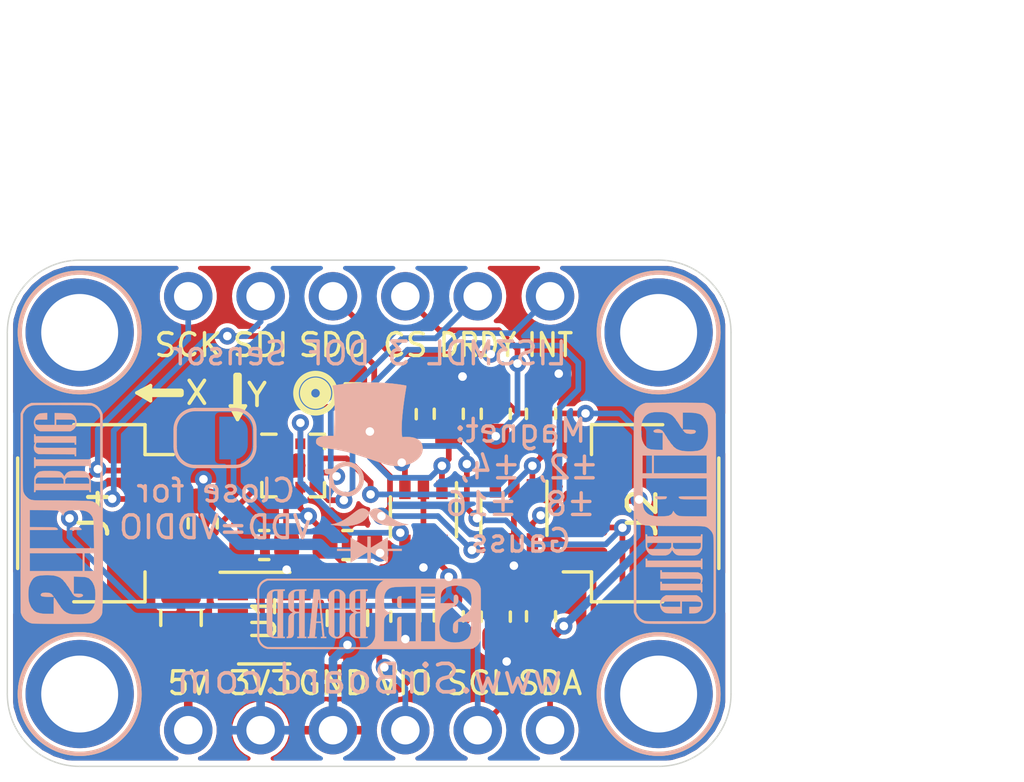
<source format=kicad_pcb>
(kicad_pcb (version 20171130) (host pcbnew "(5.1.2)-2")
  (title_block (title "LIS3MDL Breakout with 5V Level Shift") (date 2020-03-06) (rev 1) (company SirBoard) (comment 1 "Magnetometer: ±2, ±4, ±8, ±16Gauss Ranges") (comment 2 "Digital Magnetometer with I2C and SPI") (comment 3 "LIS3MDL - SirBlue"))
  (layers (0 F.Cu signal) (31 B.Cu signal) (34 B.Paste user hide) (35 F.Paste user hide) (36 B.SilkS user) (37 F.SilkS user) (38 B.Mask user hide) (39 F.Mask user hide) (44 Edge.Cuts user))
  (net 0 "")
  (net 1 GND)
  (net 2 5V)
  (net 3 3V3)
  (net 4 "Net-(U1-Pad4)")
  (net 5 SCL_5V)
  (net 6 SDA_3V3)
  (net 7 SDA_5V)
  (net 8 SCL_3V3)
  (net 9 CS_5V)
  (net 10 CS_3V3)
  (net 11 SDO_5V)
  (net 12 SDO_3V3)
  (net 13 "Net-(C2-Pad1)")
  (net 14 VDDIO)
  (net 15 INT)
  (net 16 DRDY)
  (module Package_LGA:LGA-12_2x2mm_P0.5mm (layer F.Cu) (at 62.611 34.29)
    (fp_text reference U2 hide)
    (fp_text value LIS3MDL)
    (pad 12 smd rect (at -0.25 -0.7625 90) (size 0.375 0.35) (layers F.Cu F.Paste F.Mask) (net 1 GND))
    (pad 11 smd rect (at 0.25 -0.7625 90) (size 0.375 0.35) (layers F.Cu F.Paste F.Mask) (net 6 SDA_3V3))
    (pad 6 smd rect (at 0.25 0.7625 90) (size 0.375 0.35) (layers F.Cu F.Paste F.Mask) (net 14 VDDIO))
    (pad 5 smd rect (at -0.25 0.7625 90) (size 0.375 0.35) (layers F.Cu F.Paste F.Mask) (net 3 3V3))
    (pad 10 smd rect (at 0.7625 -0.75) (size 0.375 0.35) (layers F.Cu F.Paste F.Mask) (net 10 CS_3V3))
    (pad 1 smd rect (at -0.7625 -0.75) (size 0.375 0.35) (layers F.Cu F.Paste F.Mask) (net 8 SCL_3V3))
    (pad 7 smd rect (at 0.7625 0.75) (size 0.375 0.35) (layers F.Cu F.Paste F.Mask) (net 15 INT))
    (pad 4 smd rect (at -0.7625 0.75) (size 0.375 0.35) (layers F.Cu F.Paste F.Mask) (net 13 "Net-(C2-Pad1)"))
    (pad 8 smd rect (at 0.7625 0.25) (size 0.375 0.35) (layers F.Cu F.Paste F.Mask) (net 16 DRDY))
    (pad 9 smd rect (at 0.7625 -0.25) (size 0.375 0.35) (layers F.Cu F.Paste F.Mask) (net 12 SDO_3V3))
    (pad 3 smd rect (at -0.7625 0.25) (size 0.375 0.35) (layers F.Cu F.Paste F.Mask) (net 1 GND))
    (pad 2 smd rect (at -0.7625 -0.25) (size 0.375 0.35) (layers F.Cu F.Paste F.Mask) (net 1 GND))
  )
  (module Jumper:SolderJumper-2_P1.3mm_Open_RoundedPad1.0x1.5mm (layer B.Cu) (at 59.8678 33.3248)
    (fp_text reference JP1 hide)
    (fp_text value SolderJumper_2_Open)
    (pad 1 smd custom (at -0.65 0) (size 1 0.5) (layers B.Cu B.Mask) (net 3 3V3) (options (clearance outline) (anchor rect)) (primitives (gr_circle (center 0 -0.25) (end 0.5 -0.25) (width 0)) (gr_circle (center 0 0.25) (end 0.5 0.25) (width 0)) (gr_poly (pts (xy 0 0.75) (xy 0.5 0.75) (xy 0.5 -0.75) (xy 0 -0.75)) (width 0))))
    (pad 2 smd custom (at 0.65 0) (size 1 0.5) (layers B.Cu B.Mask) (net 14 VDDIO) (options (clearance outline) (anchor rect)) (primitives (gr_circle (center 0 -0.25) (end 0.5 -0.25) (width 0)) (gr_circle (center 0 0.25) (end 0.5 0.25) (width 0)) (gr_poly (pts (xy 0 0.75) (xy -0.5 0.75) (xy -0.5 -0.75) (xy 0 -0.75)) (width 0))))
  )
  (module Capacitor_SMD:C_0603_1608Metric (layer F.Cu) (at 64.516 37.084)
    (fp_text reference C5 hide)
    (fp_text value 100nF)
    (pad 2 smd roundrect (at 0.7875 0) (size 0.875 0.95) (layers F.Cu F.Paste F.Mask) (net 1 GND))
    (pad 1 smd roundrect (at -0.7875 0) (size 0.875 0.95) (layers F.Cu F.Paste F.Mask) (net 14 VDDIO))
  )
  (module Capacitor_SMD:C_0603_1608Metric (layer F.Cu) (at 61.595 37.084 180)
    (fp_text reference C3 hide)
    (fp_text value 1uF)
    (pad 2 smd roundrect (at 0.7875 0 180) (size 0.875 0.95) (layers F.Cu F.Paste F.Mask) (net 1 GND))
    (pad 1 smd roundrect (at -0.7875 0 180) (size 0.875 0.95) (layers F.Cu F.Paste F.Mask) (net 3 3V3))
  )
  (module Capacitor_SMD:C_0603_1608Metric (layer F.Cu) (at 59.436 36.322 90)
    (fp_text reference C2 hide)
    (fp_text value 100nF)
    (pad 2 smd roundrect (at 0.7875 0 90) (size 0.875 0.95) (layers F.Cu F.Paste F.Mask) (net 1 GND))
    (pad 1 smd roundrect (at -0.7875 0 90) (size 0.875 0.95) (layers F.Cu F.Paste F.Mask) (net 13 "Net-(C2-Pad1)"))
  )
  (module logo:SirBoard79x25 (layer B.Cu) (at 65.278 39.497 180)
    (fp_text reference G*** hide)
    (fp_text value LOGO hide)
  )
  (module logo:logo63x89 (layer B.Cu) (at 65.278 34.544 180)
    (fp_text reference G*** hide)
    (fp_text value LOGO hide)
  )
  (module logo:SirBlue78x29 (layer B.Cu) (at 76.0095 35.9664 270)
    (fp_text reference G*** hide)
    (fp_text value LOGO hide)
  )
  (module logo:SirBlue78x29 (layer B.Cu) (at 54.483 35.9664 90)
    (fp_text reference G*** hide)
    (fp_text value LOGO hide)
  )
  (module Connector_PinHeader_2.54mm:PinHeader_1x06_P2.54mm_Vertical (layer B.Cu) (at 58.928 28.3464 270)
    (fp_text reference J3 hide)
    (fp_text value Conn_01x06)
    (pad 6 thru_hole oval (at 0 -12.7 270) (size 1.7 1.7) (drill 1) (layers *.Cu *.Mask) (net 15 INT))
    (pad 5 thru_hole oval (at 0 -10.16 270) (size 1.7 1.7) (drill 1) (layers *.Cu *.Mask) (net 16 DRDY))
    (pad 4 thru_hole oval (at 0 -7.62 270) (size 1.7 1.7) (drill 1) (layers *.Cu *.Mask) (net 9 CS_5V))
    (pad 3 thru_hole oval (at 0 -5.08 270) (size 1.7 1.7) (drill 1) (layers *.Cu *.Mask) (net 11 SDO_5V))
    (pad 2 thru_hole oval (at 0 -2.54 270) (size 1.7 1.7) (drill 1) (layers *.Cu *.Mask) (net 7 SDA_5V))
    (pad 1 thru_hole circle (at 0 0 270) (size 1.7 1.7) (drill 1) (layers *.Cu *.Mask) (net 5 SCL_5V))
  )
  (module Connector_PinHeader_2.54mm:PinHeader_1x06_P2.54mm_Vertical (layer B.Cu) (at 58.928 43.5864 270)
    (fp_text reference J1 hide)
    (fp_text value Conn_01x06)
    (pad 6 thru_hole oval (at 0 -12.7 270) (size 1.7 1.7) (drill 1) (layers *.Cu *.Mask) (net 7 SDA_5V))
    (pad 5 thru_hole oval (at 0 -10.16 270) (size 1.7 1.7) (drill 1) (layers *.Cu *.Mask) (net 5 SCL_5V))
    (pad 4 thru_hole oval (at 0 -7.62 270) (size 1.7 1.7) (drill 1) (layers *.Cu *.Mask) (net 14 VDDIO))
    (pad 3 thru_hole oval (at 0 -5.08 270) (size 1.7 1.7) (drill 1) (layers *.Cu *.Mask) (net 1 GND))
    (pad 2 thru_hole oval (at 0 -2.54 270) (size 1.7 1.7) (drill 1) (layers *.Cu *.Mask) (net 3 3V3))
    (pad 1 thru_hole circle (at 0 0 270) (size 1.7 1.7) (drill 1) (layers *.Cu *.Mask) (net 2 5V))
  )
  (module Package_TO_SOT_SMD:SOT-23-5 (layer F.Cu) (at 61.595 39.6494)
    (fp_text reference U1 (at 0 0 90) (layer F.SilkS) (effects (font (size 0.8 0.8) (thickness 0.12))))
    (fp_text value AP2127K-3.3)
    (pad 5 smd rect (at 1.1 -0.95) (size 1.06 0.65) (layers F.Cu F.Paste F.Mask) (net 3 3V3))
    (pad 4 smd rect (at 1.1 0.95) (size 1.06 0.65) (layers F.Cu F.Paste F.Mask) (net 4 "Net-(U1-Pad4)"))
    (pad 3 smd rect (at -1.1 0.95) (size 1.06 0.65) (layers F.Cu F.Paste F.Mask) (net 2 5V))
    (pad 2 smd rect (at -1.1 0) (size 1.06 0.65) (layers F.Cu F.Paste F.Mask) (net 1 GND))
    (pad 1 smd rect (at -1.1 -0.95) (size 1.06 0.65) (layers F.Cu F.Paste F.Mask) (net 2 5V))
  )
  (module Connector_JST:JST_SH_SM04B-SRSS-TB_1x04-1MP_P1.00mm_Horizontal (layer F.Cu) (at 55.626 35.9664 270)
    (fp_text reference J4 (at 0 0 270) (layer F.SilkS))
    (fp_text value Conn_01x04)
    (pad MP smd roundrect (at 2.8 1.875 270) (size 1.2 1.8) (layers F.Cu F.Paste F.Mask) (roundrect_rratio 0.208333))
    (pad MP smd roundrect (at -2.8 1.875 270) (size 1.2 1.8) (layers F.Cu F.Paste F.Mask) (roundrect_rratio 0.208333))
    (pad 4 smd roundrect (at 1.5 -2 270) (size 0.6 1.55) (layers F.Cu F.Paste F.Mask) (net 1 GND))
    (pad 3 smd roundrect (at 0.5 -2 270) (size 0.6 1.55) (layers F.Cu F.Paste F.Mask) (net 2 5V))
    (pad 2 smd roundrect (at -0.5 -2 270) (size 0.6 1.55) (layers F.Cu F.Paste F.Mask) (net 7 SDA_5V))
    (pad 1 smd roundrect (at -1.5 -2 270) (size 0.6 1.55) (layers F.Cu F.Paste F.Mask) (net 5 SCL_5V))
  )
  (module Connector_JST:JST_SH_SM04B-SRSS-TB_1x04-1MP_P1.00mm_Horizontal (layer F.Cu) (at 74.8665 35.9664 90)
    (fp_text reference J2 (at 0 0 90) (layer F.SilkS))
    (fp_text value Conn_01x04)
    (pad MP smd roundrect (at 2.8 1.875 90) (size 1.2 1.8) (layers F.Cu F.Paste F.Mask) (roundrect_rratio 0.208333))
    (pad MP smd roundrect (at -2.8 1.875 90) (size 1.2 1.8) (layers F.Cu F.Paste F.Mask) (roundrect_rratio 0.208333))
    (pad 4 smd roundrect (at 1.5 -2 90) (size 0.6 1.55) (layers F.Cu F.Paste F.Mask) (net 1 GND))
    (pad 3 smd roundrect (at 0.5 -2 90) (size 0.6 1.55) (layers F.Cu F.Paste F.Mask) (net 2 5V))
    (pad 2 smd roundrect (at -0.5 -2 90) (size 0.6 1.55) (layers F.Cu F.Paste F.Mask) (net 7 SDA_5V))
    (pad 1 smd roundrect (at -1.5 -2 90) (size 0.6 1.55) (layers F.Cu F.Paste F.Mask) (net 5 SCL_5V))
  )
  (module Capacitor_SMD:C_0805_2012Metric (layer F.Cu) (at 64.516 39.6494 270)
    (fp_text reference C4 hide)
    (fp_text value 10uF)
    (pad 2 smd roundrect (at 0.9375 0 270) (size 0.975 1.4) (layers F.Cu F.Paste F.Mask) (net 1 GND))
    (pad 1 smd roundrect (at -0.9375 0 270) (size 0.975 1.4) (layers F.Cu F.Paste F.Mask) (net 3 3V3))
  )
  (module Capacitor_SMD:C_0805_2012Metric (layer F.Cu) (at 58.674 39.6494 90)
    (fp_text reference C1 hide)
    (fp_text value 10uF)
    (pad 2 smd roundrect (at 0.9375 0 90) (size 0.975 1.4) (layers F.Cu F.Paste F.Mask) (net 1 GND))
    (pad 1 smd roundrect (at -0.9375 0 90) (size 0.975 1.4) (layers F.Cu F.Paste F.Mask) (net 2 5V))
  )
  (module SirBoardLibrary:MountingHole_M2.5_SirBoard (layer F.Cu) (at 55.118 42.3164 270)
    (fp_text reference H1 hide)
    (fp_text value MountingHole)
    (pad 1 thru_hole circle (at 0 0 270) (size 3.8 3.8) (drill 2.7) (layers *.Cu *.Mask))
  )
  (module SirBoardLibrary:MountingHole_M2.5_SirBoard (layer F.Cu) (at 55.118 29.6164 270)
    (fp_text reference H2 hide)
    (fp_text value MountingHole)
    (pad 1 thru_hole circle (at 0 0 270) (size 3.8 3.8) (drill 2.7) (layers *.Cu *.Mask))
  )
  (module SirBoardLibrary:MountingHole_M2.5_SirBoard (layer F.Cu) (at 75.438 42.3164 90)
    (fp_text reference H3 hide)
    (fp_text value MountingHole)
    (pad 1 thru_hole circle (at 0 0 90) (size 3.8 3.8) (drill 2.7) (layers *.Cu *.Mask))
  )
  (module SirBoardLibrary:MountingHole_M2.5_SirBoard (layer F.Cu) (at 75.438 29.6164 90)
    (fp_text reference H4 hide)
    (fp_text value MountingHole)
    (pad 1 thru_hole circle (at 0 0 90) (size 3.8 3.8) (drill 2.7) (layers *.Cu *.Mask))
  )
  (module Resistor_SMD:R_0603_1608Metric (layer F.Cu) (at 66.421 32.4866 270)
    (fp_text reference R8 hide)
    (fp_text value 10K)
    (pad 2 smd roundrect (at 0.7875 0 270) (size 0.875 0.95) (layers F.Cu F.Paste F.Mask) (net 7 SDA_5V))
    (pad 1 smd roundrect (at -0.7875 0 270) (size 0.875 0.95) (layers F.Cu F.Paste F.Mask) (net 2 5V))
  )
  (module Resistor_SMD:R_0603_1608Metric (layer F.Cu) (at 66.548 39.5986 270)
    (fp_text reference R7 hide)
    (fp_text value 10K)
    (pad 2 smd roundrect (at 0.7875 0 270) (size 0.875 0.95) (layers F.Cu F.Paste F.Mask) (net 3 3V3))
    (pad 1 smd roundrect (at -0.7875 0 270) (size 0.875 0.95) (layers F.Cu F.Paste F.Mask) (net 6 SDA_3V3))
  )
  (module Resistor_SMD:R_0603_1608Metric (layer F.Cu) (at 68.072 39.5859 90)
    (fp_text reference R6 hide)
    (fp_text value 10K)
    (pad 2 smd roundrect (at 0.7875 0 90) (size 0.875 0.95) (layers F.Cu F.Paste F.Mask) (net 5 SCL_5V))
    (pad 1 smd roundrect (at -0.7875 0 90) (size 0.875 0.95) (layers F.Cu F.Paste F.Mask) (net 2 5V))
  )
  (module Resistor_SMD:R_0603_1608Metric (layer F.Cu) (at 68.072 32.4739 90)
    (fp_text reference R5 hide)
    (fp_text value 10K)
    (pad 2 smd roundrect (at 0.7875 0 90) (size 0.875 0.95) (layers F.Cu F.Paste F.Mask) (net 3 3V3))
    (pad 1 smd roundrect (at -0.7875 0 90) (size 0.875 0.95) (layers F.Cu F.Paste F.Mask) (net 8 SCL_3V3))
  )
  (module Resistor_SMD:R_0603_1608Metric (layer F.Cu) (at 69.723 32.4739 270)
    (fp_text reference R4 hide)
    (fp_text value 10K)
    (pad 2 smd roundrect (at 0.7875 0 270) (size 0.875 0.95) (layers F.Cu F.Paste F.Mask) (net 9 CS_5V))
    (pad 1 smd roundrect (at -0.7875 0 270) (size 0.875 0.95) (layers F.Cu F.Paste F.Mask) (net 2 5V))
  )
  (module Resistor_SMD:R_0603_1608Metric (layer F.Cu) (at 69.723 39.5986 270)
    (fp_text reference R3 hide)
    (fp_text value 10K)
    (pad 2 smd roundrect (at 0.7875 0 270) (size 0.875 0.95) (layers F.Cu F.Paste F.Mask) (net 3 3V3))
    (pad 1 smd roundrect (at -0.7875 0 270) (size 0.875 0.95) (layers F.Cu F.Paste F.Mask) (net 10 CS_3V3))
  )
  (module Resistor_SMD:R_0603_1608Metric (layer F.Cu) (at 71.3105 39.5859 90)
    (fp_text reference R2 hide)
    (fp_text value 10K)
    (pad 2 smd roundrect (at 0.7875 0 90) (size 0.875 0.95) (layers F.Cu F.Paste F.Mask) (net 11 SDO_5V))
    (pad 1 smd roundrect (at -0.7875 0 90) (size 0.875 0.95) (layers F.Cu F.Paste F.Mask) (net 2 5V))
  )
  (module Resistor_SMD:R_0603_1608Metric (layer F.Cu) (at 71.3105 32.4739 90)
    (fp_text reference R1 hide)
    (fp_text value 10K)
    (pad 2 smd roundrect (at 0.7875 0 90) (size 0.875 0.95) (layers F.Cu F.Paste F.Mask) (net 3 3V3))
    (pad 1 smd roundrect (at -0.7875 0 90) (size 0.875 0.95) (layers F.Cu F.Paste F.Mask) (net 12 SDO_3V3))
  )
  (module Package_TO_SOT_SMD:SOT-363_SC-70-6 (layer F.Cu) (at 67.183 36.0934 270)
    (fp_text reference Q2 hide)
    (fp_text value BSS138DW)
    (pad 6 smd rect (at 0.95 -0.65 270) (size 0.65 0.4) (layers F.Cu F.Paste F.Mask) (net 5 SCL_5V))
    (pad 4 smd rect (at 0.95 0.65 270) (size 0.65 0.4) (layers F.Cu F.Paste F.Mask) (net 6 SDA_3V3))
    (pad 2 smd rect (at -0.95 0 270) (size 0.65 0.4) (layers F.Cu F.Paste F.Mask) (net 3 3V3))
    (pad 5 smd rect (at 0.95 0 270) (size 0.65 0.4) (layers F.Cu F.Paste F.Mask) (net 3 3V3))
    (pad 3 smd rect (at -0.95 0.65 270) (size 0.65 0.4) (layers F.Cu F.Paste F.Mask) (net 7 SDA_5V))
    (pad 1 smd rect (at -0.95 -0.65 270) (size 0.65 0.4) (layers F.Cu F.Paste F.Mask) (net 8 SCL_3V3))
  )
  (module Package_TO_SOT_SMD:SOT-363_SC-70-6 (layer F.Cu) (at 70.358 36.0426 270)
    (fp_text reference Q1 hide)
    (fp_text value BSS138DW)
    (pad 6 smd rect (at 0.95 -0.65 270) (size 0.65 0.4) (layers F.Cu F.Paste F.Mask) (net 11 SDO_5V))
    (pad 4 smd rect (at 0.95 0.65 270) (size 0.65 0.4) (layers F.Cu F.Paste F.Mask) (net 10 CS_3V3))
    (pad 2 smd rect (at -0.95 0 270) (size 0.65 0.4) (layers F.Cu F.Paste F.Mask) (net 3 3V3))
    (pad 5 smd rect (at 0.95 0 270) (size 0.65 0.4) (layers F.Cu F.Paste F.Mask) (net 3 3V3))
    (pad 3 smd rect (at -0.95 0.65 270) (size 0.65 0.4) (layers F.Cu F.Paste F.Mask) (net 9 CS_5V))
    (pad 1 smd rect (at -0.95 -0.65 270) (size 0.65 0.4) (layers F.Cu F.Paste F.Mask) (net 12 SDO_3V3))
  )
  (gr_text "Close for\nVDD=VDDIO" (at 59.8932 35.814) (layer B.SilkS) (effects (font (size 0.8 0.8) (thickness 0.12)) (justify mirror)))
  (gr_text X (at 59.2304 31.7373) (layer F.SilkS) (effects (font (size 0.8 0.8) (thickness 0.13))))
  (gr_text Z (at 64.7041 31.7881 180) (layer F.SilkS) (effects (font (size 0.8 0.8) (thickness 0.13))))
  (gr_text Y (at 61.341 31.8135) (layer F.SilkS) (effects (font (size 0.8 0.8) (thickness 0.13))))
  (gr_arc (start 63.396 31.75) (end 63.4214 31.0642) (angle -357.8050689) (layer F.SilkS) (width 0.2))
  (gr_circle (center 63.396 31.75) (end 63.546 31.75) (layer F.SilkS) (width 0.4))
  (gr_line (start 57.1222 31.7373) (end 57.6048 31.4833) (layer F.SilkS) (width 0.12))
  (gr_line (start 57.1222 31.7373) (end 57.6048 32.0167) (layer F.SilkS) (width 0.12))
  (gr_line (start 58.6716 31.6865) (end 57.3 31.6865) (layer F.SilkS) (width 0.2))
  (gr_line (start 58.6716 31.7881) (end 57.3 31.7881) (layer F.SilkS) (width 0.2))
  (gr_line (start 58.6716 31.7373) (end 57.3 31.7373) (layer F.SilkS) (width 0.2))
  (gr_line (start 57.6048 32.0167) (end 57.6048 31.4833) (layer F.SilkS) (width 0.12))
  (gr_line (start 57.5286 31.9405) (end 57.5286 31.5595) (layer F.SilkS) (width 0.12))
  (gr_line (start 60.6576 32.6771) (end 60.4036 32.1945) (layer F.SilkS) (width 0.12))
  (gr_line (start 60.6576 32.6771) (end 60.937 32.1945) (layer F.SilkS) (width 0.12))
  (gr_line (start 60.6576 31.1277) (end 60.6576 32.4993) (layer F.SilkS) (width 0.2))
  (gr_line (start 60.7084 31.1277) (end 60.7084 32.4993) (layer F.SilkS) (width 0.2))
  (gr_line (start 60.6068 31.1277) (end 60.6068 32.4993) (layer F.SilkS) (width 0.2))
  (gr_line (start 60.8608 32.2707) (end 60.4798 32.2707) (layer F.SilkS) (width 0.12))
  (gr_line (start 60.937 32.1945) (end 60.4036 32.1945) (layer F.SilkS) (width 0.12))
  (gr_text "Magnet:\n±2, ±4, \n±8, ±16\nGauss\n" (at 70.5866 35.0012) (layer B.SilkS) (effects (font (size 0.8 0.8) (thickness 0.12)) (justify mirror)))
  (gr_text INT (at 71.628 30.0609) (layer F.SilkS) (effects (font (size 0.8 0.7) (thickness 0.12))))
  (gr_text DRDY (at 69.088 30.0609) (layer F.SilkS) (effects (font (size 0.8 0.7) (thickness 0.12))))
  (gr_text SCK (at 58.928 30.0609) (layer F.SilkS) (effects (font (size 0.8 0.8) (thickness 0.12))))
  (gr_text SDI (at 61.468 30.0609) (layer F.SilkS) (effects (font (size 0.8 0.8) (thickness 0.12))))
  (gr_text SDO (at 64.008 30.0609) (layer F.SilkS) (effects (font (size 0.8 0.8) (thickness 0.12))))
  (gr_text CS (at 66.548 30.0609) (layer F.SilkS) (effects (font (size 0.8 0.8) (thickness 0.12))))
  (gr_text 5V (at 58.928 41.9354) (layer F.SilkS) (effects (font (size 0.8 0.8) (thickness 0.12))))
  (gr_text 3V3 (at 61.468 41.9354) (layer F.SilkS) (effects (font (size 0.8 0.8) (thickness 0.12))))
  (gr_text GND (at 64.008 41.9354) (layer F.SilkS) (effects (font (size 0.8 0.8) (thickness 0.12))))
  (gr_text VIO (at 66.548 41.9354) (layer F.SilkS) (effects (font (size 0.8 0.8) (thickness 0.12))))
  (gr_text SCL (at 69.088 41.9354) (layer F.SilkS) (effects (font (size 0.8 0.8) (thickness 0.12))))
  (gr_text SDA (at 71.628 41.9354) (layer F.SilkS) (effects (font (size 0.8 0.8) (thickness 0.12))))
  (gr_arc (start 55.118 29.6164) (end 55.118 27.0764) (angle -90) (layer Edge.Cuts) (width 0.05))
  (gr_arc (start 75.438 29.6164) (end 77.978 29.6164) (angle -90) (layer Edge.Cuts) (width 0.05))
  (gr_arc (start 75.438 42.3164) (end 75.438 44.8564) (angle -90) (layer Edge.Cuts) (width 0.05))
  (gr_arc (start 55.118 42.3164) (end 52.578 42.3164) (angle -90) (layer Edge.Cuts) (width 0.05))
  (gr_line (start 52.578 42.3164) (end 52.578 29.6164) (layer Edge.Cuts) (width 0.05))
  (gr_line (start 55.118 27.0764) (end 75.438 27.0764) (layer Edge.Cuts) (width 0.05))
  (gr_line (start 77.978 29.6164) (end 77.978 42.3164) (layer Edge.Cuts) (width 0.05))
  (gr_line (start 75.438 44.8564) (end 55.118 44.8564) (layer Edge.Cuts) (width 0.05))
  (gr_text "LIS3MDL 3 DOF Sensor" (at 65.278 30.353) (layer B.SilkS) (effects (font (size 0.8 0.8) (thickness 0.12)) (justify mirror)))
  (gr_text www.SirBoard.com (at 65.278 41.783) (layer B.SilkS) (effects (font (size 1 1) (thickness 0.13)) (justify mirror)))
  (via (at 65.659 37.3634) (size 0.6) (drill 0.3) (layers F.Cu B.Cu) (net 1))
  (via (at 64.516 40.5892) (size 0.6) (drill 0.3) (layers F.Cu B.Cu) (net 1))
  (segment (start 64.008 41.0972) (end 64.516 40.5892) (width 0.3) (layer B.Cu) (net 1))
  (segment (start 64.008 43.5864) (end 64.008 41.0972) (width 0.3) (layer B.Cu) (net 1))
  (via (at 59.4614 34.7726) (size 0.6) (drill 0.3) (layers F.Cu B.Cu) (net 1))
  (segment (start 59.4614 34.7726) (end 59.4614 35.7886) (width 0.4) (layer B.Cu) (net 1))
  (segment (start 59.4614 35.7886) (end 60.7314 37.0586) (width 0.4) (layer B.Cu) (net 1))
  (segment (start 60.7314 37.0586) (end 63.5254 37.0586) (width 0.4) (layer B.Cu) (net 1))
  (segment (start 63.8302 37.3634) (end 65.659 37.3634) (width 0.4) (layer B.Cu) (net 1))
  (segment (start 63.5254 37.0586) (end 63.8302 37.3634) (width 0.4) (layer B.Cu) (net 1))
  (segment (start 58.674 40.5869) (end 58.674 41.7449) (width 0.3) (layer F.Cu) (net 2))
  (segment (start 58.928 41.9989) (end 58.928 43.5864) (width 0.3) (layer F.Cu) (net 2))
  (segment (start 58.674 41.7449) (end 58.928 41.9989) (width 0.3) (layer F.Cu) (net 2))
  (segment (start 58.6865 40.5994) (end 58.674 40.5869) (width 0.3) (layer F.Cu) (net 2))
  (segment (start 60.495 40.5994) (end 58.6865 40.5994) (width 0.3) (layer F.Cu) (net 2))
  (segment (start 61.2165 40.5994) (end 60.495 40.5994) (width 0.3) (layer F.Cu) (net 2))
  (segment (start 61.468 40.3479) (end 61.2165 40.5994) (width 0.3) (layer F.Cu) (net 2))
  (segment (start 61.468 38.9509) (end 61.468 40.3479) (width 0.3) (layer F.Cu) (net 2))
  (segment (start 60.495 38.6994) (end 61.2165 38.6994) (width 0.3) (layer F.Cu) (net 2))
  (segment (start 61.2165 38.6994) (end 61.468 38.9509) (width 0.3) (layer F.Cu) (net 2))
  (segment (start 70.848888 39.911788) (end 71.3105 40.3734) (width 0.2) (layer F.Cu) (net 2))
  (segment (start 70.523 39.5859) (end 70.848888 39.911788) (width 0.2) (layer F.Cu) (net 2))
  (segment (start 68.072 40.3734) (end 68.8595 39.5859) (width 0.2) (layer F.Cu) (net 2))
  (segment (start 68.8595 39.5859) (end 70.523 39.5859) (width 0.2) (layer F.Cu) (net 2))
  (segment (start 69.261388 32.148012) (end 69.723 31.6864) (width 0.2) (layer F.Cu) (net 2))
  (segment (start 68.9355 32.4739) (end 69.261388 32.148012) (width 0.2) (layer F.Cu) (net 2))
  (segment (start 66.421 31.6991) (end 67.1958 32.4739) (width 0.2) (layer F.Cu) (net 2))
  (segment (start 67.1958 32.4739) (end 68.9355 32.4739) (width 0.2) (layer F.Cu) (net 2))
  (via (at 72.1106 39.9288) (size 0.6) (drill 0.3) (layers F.Cu B.Cu) (net 2))
  (segment (start 71.3105 40.3734) (end 71.666 40.3734) (width 0.3) (layer F.Cu) (net 2))
  (segment (start 71.666 40.3734) (end 72.1106 39.9288) (width 0.3) (layer F.Cu) (net 2))
  (segment (start 72.1106 39.9288) (end 75.1078 36.9316) (width 0.3) (layer B.Cu) (net 2))
  (via (at 74.7522 35.4838) (size 0.6) (drill 0.3) (layers F.Cu B.Cu) (net 2))
  (segment (start 75.1078 36.9316) (end 75.1078 35.8394) (width 0.3) (layer B.Cu) (net 2))
  (segment (start 75.1078 35.8394) (end 74.7522 35.4838) (width 0.3) (layer B.Cu) (net 2))
  (segment (start 72.8839 35.4838) (end 72.8665 35.4664) (width 0.3) (layer F.Cu) (net 2))
  (segment (start 74.7522 35.4838) (end 72.8839 35.4838) (width 0.3) (layer F.Cu) (net 2))
  (segment (start 70.4978 32.4612) (end 72.8726 32.4612) (width 0.2) (layer F.Cu) (net 2))
  (segment (start 69.723 31.6864) (end 70.4978 32.4612) (width 0.2) (layer F.Cu) (net 2))
  (via (at 72.8726 32.4612) (size 0.6) (drill 0.3) (layers F.Cu B.Cu) (net 2))
  (segment (start 74.7522 33.1216) (end 74.7522 35.4838) (width 0.2) (layer B.Cu) (net 2))
  (segment (start 72.8726 32.4612) (end 74.0918 32.4612) (width 0.2) (layer B.Cu) (net 2))
  (segment (start 74.0918 32.4612) (end 74.7522 33.1216) (width 0.2) (layer B.Cu) (net 2))
  (segment (start 57.5541 40.5869) (end 58.674 40.5869) (width 0.3) (layer F.Cu) (net 2))
  (segment (start 55.7784 38.8112) (end 57.5541 40.5869) (width 0.3) (layer F.Cu) (net 2))
  (segment (start 55.7784 37.0586) (end 55.7784 38.8112) (width 0.3) (layer F.Cu) (net 2))
  (segment (start 57.626 36.4664) (end 56.3706 36.4664) (width 0.3) (layer F.Cu) (net 2))
  (segment (start 56.3706 36.4664) (end 55.7784 37.0586) (width 0.3) (layer F.Cu) (net 2))
  (segment (start 60.495 41.3434) (end 60.495 40.5994) (width 0.3) (layer F.Cu) (net 2))
  (segment (start 61.2648 42.1132) (end 60.495 41.3434) (width 0.3) (layer F.Cu) (net 2))
  (segment (start 68.072 40.3734) (end 66.3322 42.1132) (width 0.3) (layer F.Cu) (net 2))
  (segment (start 66.3322 42.1132) (end 61.2648 42.1132) (width 0.3) (layer F.Cu) (net 2))
  (segment (start 64.5035 38.6994) (end 64.516 38.7119) (width 0.3) (layer F.Cu) (net 3))
  (segment (start 62.695 38.6994) (end 63.561 38.6994) (width 0.3) (layer F.Cu) (net 3))
  (segment (start 63.561 38.6994) (end 64.5035 38.6994) (width 0.3) (layer F.Cu) (net 3))
  (via (at 66.548 40.386) (size 0.6) (drill 0.3) (layers F.Cu B.Cu) (net 3))
  (segment (start 66.1902 40.3861) (end 66.548 40.3861) (width 0.2) (layer F.Cu) (net 3))
  (segment (start 67.183 37.0434) (end 67.183 35.1434) (width 0.2) (layer F.Cu) (net 3))
  (segment (start 70.358 35.0926) (end 70.358 36.9926) (width 0.2) (layer F.Cu) (net 3))
  (via (at 67.183 37.8714) (size 0.6) (drill 0.3) (layers F.Cu B.Cu) (net 3))
  (segment (start 67.183 37.0434) (end 67.183 37.8714) (width 0.2) (layer F.Cu) (net 3))
  (via (at 70.358 37.8079) (size 0.6) (drill 0.3) (layers F.Cu B.Cu) (net 3))
  (segment (start 70.358 36.9926) (end 70.358 37.8079) (width 0.2) (layer F.Cu) (net 3))
  (via (at 70.104 41.1734) (size 0.6) (drill 0.3) (layers F.Cu B.Cu) (net 3))
  (segment (start 69.723 40.3861) (end 69.723 40.7924) (width 0.2) (layer F.Cu) (net 3))
  (segment (start 69.723 40.7924) (end 70.104 41.1734) (width 0.2) (layer F.Cu) (net 3))
  (via (at 71.9328 31.0642) (size 0.6) (drill 0.3) (layers F.Cu B.Cu) (net 3))
  (segment (start 71.3105 31.6864) (end 71.3106 31.6864) (width 0.3) (layer F.Cu) (net 3))
  (segment (start 71.3106 31.6864) (end 71.9328 31.0642) (width 0.3) (layer F.Cu) (net 3))
  (via (at 68.5546 31.1658) (size 0.6) (drill 0.3) (layers F.Cu B.Cu) (net 3))
  (segment (start 68.072 31.6864) (end 68.072 31.6484) (width 0.3) (layer F.Cu) (net 3))
  (segment (start 68.072 31.6484) (end 68.5546 31.1658) (width 0.3) (layer F.Cu) (net 3))
  (via (at 68.5546 31.1658) (size 0.6) (drill 0.3) (layers F.Cu B.Cu) (net 3))
  (segment (start 62.361 37.0625) (end 62.3825 37.084) (width 0.2) (layer F.Cu) (net 3))
  (segment (start 62.361 35.0525) (end 62.361 37.0625) (width 0.2) (layer F.Cu) (net 3))
  (segment (start 62.3825 38.3869) (end 62.695 38.6994) (width 0.2) (layer F.Cu) (net 3))
  (segment (start 62.3825 37.084) (end 62.3825 37.9475) (width 0.2) (layer F.Cu) (net 3))
  (segment (start 62.3825 37.9475) (end 62.3825 38.3869) (width 0.2) (layer F.Cu) (net 3))
  (via (at 62.3825 37.9475) (size 0.6) (drill 0.3) (layers F.Cu B.Cu) (net 3))
  (segment (start 67.833 37.0434) (end 67.833 37.8229) (width 0.2) (layer F.Cu) (net 5))
  (segment (start 68.072 38.0619) (end 68.072 38.7984) (width 0.2) (layer F.Cu) (net 5))
  (segment (start 67.833 37.8229) (end 68.072 38.0619) (width 0.2) (layer F.Cu) (net 5))
  (via (at 68.072 38.2016) (size 0.6) (drill 0.3) (layers F.Cu B.Cu) (net 5))
  (segment (start 68.072 38.0619) (end 68.071994 38.061906) (width 0.2) (layer F.Cu) (net 5))
  (segment (start 70.9676 41.7068) (end 69.088 43.5864) (width 0.2) (layer F.Cu) (net 5))
  (segment (start 71.628 41.7068) (end 70.9676 41.7068) (width 0.2) (layer F.Cu) (net 5))
  (segment (start 73.152 40.1828) (end 71.628 41.7068) (width 0.2) (layer F.Cu) (net 5))
  (segment (start 72.8665 37.4664) (end 73.152 37.7519) (width 0.2) (layer F.Cu) (net 5))
  (segment (start 73.152 37.7519) (end 73.152 40.1828) (width 0.2) (layer F.Cu) (net 5))
  (via (at 54.7624 36.1442) (size 0.6) (drill 0.3) (layers F.Cu B.Cu) (net 5))
  (segment (start 54.7624 35.3822) (end 54.7624 36.1442) (width 0.2) (layer F.Cu) (net 5))
  (segment (start 57.626 34.4664) (end 55.6782 34.4664) (width 0.2) (layer F.Cu) (net 5))
  (segment (start 55.6782 34.4664) (end 54.7624 35.3822) (width 0.2) (layer F.Cu) (net 5))
  (via (at 55.753 34.417) (size 0.6) (drill 0.3) (layers F.Cu B.Cu) (net 5))
  (segment (start 55.753 33.02) (end 55.753 34.417) (width 0.2) (layer B.Cu) (net 5))
  (segment (start 58.928 28.3464) (end 58.928 29.845) (width 0.2) (layer B.Cu) (net 5))
  (segment (start 58.928 29.845) (end 55.753 33.02) (width 0.2) (layer B.Cu) (net 5))
  (segment (start 68.072 38.7984) (end 68.072 38.2016) (width 0.2) (layer B.Cu) (net 5))
  (segment (start 67.6528 39.2176) (end 68.072 38.7984) (width 0.2) (layer B.Cu) (net 5))
  (segment (start 57.1754 39.2176) (end 67.6528 39.2176) (width 0.2) (layer B.Cu) (net 5))
  (segment (start 54.7624 36.1442) (end 54.7624 36.8046) (width 0.2) (layer B.Cu) (net 5))
  (segment (start 54.7624 36.8046) (end 57.1754 39.2176) (width 0.2) (layer B.Cu) (net 5))
  (segment (start 69.088 39.8144) (end 68.072 38.7984) (width 0.2) (layer B.Cu) (net 5))
  (segment (start 69.088 43.5864) (end 69.088 39.8144) (width 0.2) (layer B.Cu) (net 5))
  (segment (start 66.533 38.7961) (end 66.548 38.8111) (width 0.2) (layer F.Cu) (net 6))
  (segment (start 66.533 37.0434) (end 66.533 38.7961) (width 0.2) (layer F.Cu) (net 6))
  (via (at 62.865 32.7914) (size 0.6) (drill 0.3) (layers F.Cu B.Cu) (net 6))
  (segment (start 62.861 33.5275) (end 62.861 32.7954) (width 0.2) (layer F.Cu) (net 6))
  (segment (start 62.861 32.7954) (end 62.865 32.7914) (width 0.2) (layer F.Cu) (net 6))
  (segment (start 66.476964 36.6522) (end 66.3702 36.6522) (width 0.2) (layer B.Cu) (net 6))
  (segment (start 66.4845 36.644664) (end 66.476964 36.6522) (width 0.2) (layer B.Cu) (net 6))
  (via (at 66.3702 36.6522) (size 0.6) (drill 0.3) (layers F.Cu B.Cu) (net 6))
  (segment (start 66.533 36.815) (end 66.3702 36.6522) (width 0.2) (layer F.Cu) (net 6))
  (segment (start 66.533 37.0434) (end 66.533 36.815) (width 0.2) (layer F.Cu) (net 6))
  (segment (start 65.945936 36.6522) (end 66.3702 36.6522) (width 0.2) (layer B.Cu) (net 6))
  (segment (start 64.643 36.6522) (end 65.945936 36.6522) (width 0.2) (layer B.Cu) (net 6))
  (segment (start 62.865 32.7914) (end 62.865 34.8742) (width 0.2) (layer B.Cu) (net 6))
  (segment (start 62.865 34.8742) (end 64.643 36.6522) (width 0.2) (layer B.Cu) (net 6))
  (segment (start 66.421 33.2741) (end 66.421 34.1884) (width 0.2) (layer F.Cu) (net 7))
  (segment (start 66.533 34.3004) (end 66.533 35.1434) (width 0.2) (layer F.Cu) (net 7))
  (segment (start 66.421 34.1884) (end 66.533 34.3004) (width 0.2) (layer F.Cu) (net 7))
  (segment (start 66.421 34.1884) (end 66.421 34.1884) (width 0.2) (layer F.Cu) (net 7))
  (via (at 66.421 34.1884) (size 0.6) (drill 0.3) (layers F.Cu B.Cu) (net 7))
  (via (at 68.707 34.2392) (size 0.6) (drill 0.3) (layers F.Cu B.Cu) (net 7))
  (via (at 69.0626 36.1442) (size 0.6) (drill 0.3) (layers F.Cu B.Cu) (net 7))
  (via (at 74.168 36.4744) (size 0.6) (drill 0.3) (layers F.Cu B.Cu) (net 7))
  (segment (start 74.16 36.4664) (end 72.8665 36.4664) (width 0.2) (layer F.Cu) (net 7))
  (segment (start 74.168 36.4744) (end 74.16 36.4664) (width 0.2) (layer F.Cu) (net 7))
  (segment (start 73.5838 37.0586) (end 74.168 36.4744) (width 0.2) (layer B.Cu) (net 7))
  (segment (start 70.9168 37.0586) (end 73.5838 37.0586) (width 0.2) (layer B.Cu) (net 7))
  (segment (start 70.073799 36.215599) (end 70.9168 37.0586) (width 0.2) (layer B.Cu) (net 7))
  (segment (start 69.0626 36.1442) (end 69.133999 36.215599) (width 0.2) (layer B.Cu) (net 7))
  (segment (start 69.133999 36.215599) (end 70.073799 36.215599) (width 0.2) (layer B.Cu) (net 7))
  (segment (start 68.707 35.7886) (end 69.0626 36.1442) (width 0.2) (layer F.Cu) (net 7))
  (segment (start 68.707 34.2392) (end 68.707 35.7886) (width 0.2) (layer F.Cu) (net 7))
  (segment (start 74.168 39.637844) (end 74.168 36.4744) (width 0.2) (layer F.Cu) (net 7))
  (segment (start 71.628 43.5864) (end 71.628 42.177844) (width 0.2) (layer F.Cu) (net 7))
  (segment (start 71.628 42.177844) (end 74.168 39.637844) (width 0.2) (layer F.Cu) (net 7))
  (segment (start 57.626 35.4664) (end 56.269 35.4664) (width 0.2) (layer F.Cu) (net 7))
  (segment (start 56.269 35.4664) (end 56.261 35.4584) (width 0.2) (layer F.Cu) (net 7))
  (via (at 56.261 35.4584) (size 0.6) (drill 0.3) (layers F.Cu B.Cu) (net 7))
  (via (at 60.2996 29.7434) (size 0.6) (drill 0.3) (layers F.Cu B.Cu) (net 7))
  (segment (start 59.6392 29.7434) (end 60.2996 29.7434) (width 0.2) (layer B.Cu) (net 7))
  (segment (start 56.3118 33.0708) (end 59.6392 29.7434) (width 0.2) (layer B.Cu) (net 7))
  (segment (start 56.261 35.4584) (end 56.3118 35.4076) (width 0.2) (layer B.Cu) (net 7))
  (segment (start 56.3118 35.4076) (end 56.3118 33.0708) (width 0.2) (layer B.Cu) (net 7))
  (segment (start 60.96 29.7434) (end 60.2996 29.7434) (width 0.2) (layer B.Cu) (net 7))
  (segment (start 61.468 28.3464) (end 61.468 29.2354) (width 0.2) (layer B.Cu) (net 7))
  (segment (start 61.468 29.2354) (end 60.96 29.7434) (width 0.2) (layer B.Cu) (net 7))
  (segment (start 60.723864 29.7434) (end 60.2996 29.7434) (width 0.2) (layer F.Cu) (net 7))
  (segment (start 64.4398 29.7434) (end 60.723864 29.7434) (width 0.2) (layer F.Cu) (net 7))
  (segment (start 65.4558 30.7594) (end 64.4398 29.7434) (width 0.2) (layer F.Cu) (net 7))
  (segment (start 65.4558 32.3088) (end 65.4558 30.7594) (width 0.2) (layer F.Cu) (net 7))
  (segment (start 66.421 33.2741) (end 66.421 33.274) (width 0.2) (layer F.Cu) (net 7))
  (segment (start 66.421 33.274) (end 65.4558 32.3088) (width 0.2) (layer F.Cu) (net 7))
  (segment (start 68.707 33.909) (end 68.707 34.2392) (width 0.2) (layer B.Cu) (net 7))
  (segment (start 68.4022 33.6042) (end 68.707 33.909) (width 0.2) (layer B.Cu) (net 7))
  (segment (start 66.421 34.1884) (end 67.0052 33.6042) (width 0.2) (layer B.Cu) (net 7))
  (segment (start 67.0052 33.6042) (end 68.4022 33.6042) (width 0.2) (layer B.Cu) (net 7))
  (segment (start 68.072 33.2614) (end 68.072 34.0614) (width 0.2) (layer F.Cu) (net 8))
  (segment (start 67.833 34.3004) (end 67.833 35.1434) (width 0.2) (layer F.Cu) (net 8))
  (segment (start 68.072 34.0614) (end 67.833 34.3004) (width 0.2) (layer F.Cu) (net 8))
  (segment (start 61.8485 33.54) (end 61.8485 32.4871) (width 0.2) (layer F.Cu) (net 8))
  (segment (start 61.8485 32.4871) (end 62.103 32.2326) (width 0.2) (layer F.Cu) (net 8))
  (segment (start 62.103 32.2326) (end 64.3636 32.2326) (width 0.2) (layer F.Cu) (net 8))
  (via (at 65.3034 33.0962) (size 0.6) (drill 0.3) (layers F.Cu B.Cu) (net 8))
  (segment (start 64.3636 32.2326) (end 64.4398 32.2326) (width 0.2) (layer F.Cu) (net 8))
  (segment (start 64.4398 32.2326) (end 65.3034 33.0962) (width 0.2) (layer F.Cu) (net 8))
  (segment (start 65.3034 33.0962) (end 65.3034 34.0106) (width 0.2) (layer B.Cu) (net 8))
  (segment (start 65.3034 34.0106) (end 66.0146 34.7218) (width 0.2) (layer B.Cu) (net 8))
  (via (at 67.833 34.3004) (size 0.6) (drill 0.3) (layers F.Cu B.Cu) (net 8))
  (segment (start 66.0146 34.7218) (end 67.4116 34.7218) (width 0.2) (layer B.Cu) (net 8))
  (segment (start 67.4116 34.7218) (end 67.833 34.3004) (width 0.2) (layer B.Cu) (net 8))
  (segment (start 69.723 35.0776) (end 69.708 35.0926) (width 0.2) (layer F.Cu) (net 9))
  (segment (start 69.723 33.2614) (end 69.723 35.0776) (width 0.2) (layer F.Cu) (net 9))
  (via (at 70.485 30.7086) (size 0.6) (drill 0.3) (layers F.Cu B.Cu) (net 9))
  (via (at 69.723 33.2614) (size 0.6) (drill 0.3) (layers F.Cu B.Cu) (net 9))
  (segment (start 70.485 30.7086) (end 70.485 32.4994) (width 0.2) (layer B.Cu) (net 9))
  (segment (start 70.485 32.4994) (end 69.723 33.2614) (width 0.2) (layer B.Cu) (net 9))
  (segment (start 70.485 30.2006) (end 70.485 30.7086) (width 0.2) (layer F.Cu) (net 9))
  (segment (start 69.8246 29.5402) (end 70.485 30.2006) (width 0.2) (layer F.Cu) (net 9))
  (segment (start 66.548 28.3464) (end 67.7418 29.5402) (width 0.2) (layer F.Cu) (net 9))
  (segment (start 67.7418 29.5402) (end 69.8246 29.5402) (width 0.2) (layer F.Cu) (net 9))
  (segment (start 69.708 38.7961) (end 69.723 38.8111) (width 0.2) (layer F.Cu) (net 10))
  (segment (start 69.708 36.9926) (end 69.708 38.7961) (width 0.2) (layer F.Cu) (net 10))
  (via (at 68.8848 37.2618) (size 0.6) (drill 0.3) (layers F.Cu B.Cu) (net 10))
  (segment (start 69.4388 37.2618) (end 69.708 36.9926) (width 0.2) (layer F.Cu) (net 10))
  (segment (start 68.8848 37.2618) (end 69.4388 37.2618) (width 0.2) (layer F.Cu) (net 10))
  (segment (start 67.691 36.068) (end 66.134064 36.068) (width 0.2) (layer B.Cu) (net 10))
  (segment (start 66.134064 36.068) (end 65.7098 36.068) (width 0.2) (layer B.Cu) (net 10))
  (segment (start 68.8848 37.2618) (end 67.691 36.068) (width 0.2) (layer B.Cu) (net 10))
  (segment (start 66.009799 34.666199) (end 66.009799 35.768001) (width 0.2) (layer F.Cu) (net 10))
  (segment (start 66.009799 35.768001) (end 65.7098 36.068) (width 0.2) (layer F.Cu) (net 10))
  (segment (start 64.8836 33.54) (end 66.009799 34.666199) (width 0.2) (layer F.Cu) (net 10))
  (segment (start 63.3735 33.54) (end 64.8836 33.54) (width 0.2) (layer F.Cu) (net 10))
  (via (at 65.7098 36.068) (size 0.6) (drill 0.3) (layers F.Cu B.Cu) (net 10))
  (segment (start 71.008 36.9926) (end 71.008 37.8864) (width 0.2) (layer F.Cu) (net 11))
  (segment (start 71.3105 38.1889) (end 71.3105 38.7984) (width 0.2) (layer F.Cu) (net 11))
  (segment (start 71.008 37.8864) (end 71.3105 38.1889) (width 0.2) (layer F.Cu) (net 11))
  (via (at 71.2978 36.0426) (size 0.6) (drill 0.3) (layers F.Cu B.Cu) (net 11))
  (segment (start 71.008 36.9926) (end 71.008 36.3324) (width 0.2) (layer F.Cu) (net 11))
  (segment (start 71.008 36.3324) (end 71.2978 36.0426) (width 0.2) (layer F.Cu) (net 11))
  (segment (start 64.008 28.3464) (end 66.040002 30.378402) (width 0.2) (layer F.Cu) (net 11))
  (segment (start 66.040002 30.378402) (end 69.545202 30.378402) (width 0.2) (layer F.Cu) (net 11))
  (via (at 69.545202 30.378402) (size 0.6) (drill 0.3) (layers F.Cu B.Cu) (net 11))
  (segment (start 69.845201 30.078403) (end 72.013803 30.078403) (width 0.2) (layer B.Cu) (net 11))
  (segment (start 69.545202 30.378402) (end 69.845201 30.078403) (width 0.2) (layer B.Cu) (net 11))
  (segment (start 72.013803 30.078403) (end 72.6186 30.6832) (width 0.2) (layer B.Cu) (net 11))
  (segment (start 72.6186 30.6832) (end 72.6186 31.623) (width 0.2) (layer B.Cu) (net 11))
  (segment (start 72.6186 31.623) (end 71.9582 32.2834) (width 0.2) (layer B.Cu) (net 11))
  (segment (start 71.9582 35.3822) (end 71.2978 36.0426) (width 0.2) (layer B.Cu) (net 11))
  (segment (start 71.9582 32.2834) (end 71.9582 35.3822) (width 0.2) (layer B.Cu) (net 11))
  (segment (start 71.3105 33.2614) (end 71.3105 33.9979) (width 0.2) (layer F.Cu) (net 12))
  (segment (start 71.008 34.3004) (end 71.008 35.0926) (width 0.2) (layer F.Cu) (net 12))
  (segment (start 71.3105 33.9979) (end 71.008 34.3004) (width 0.2) (layer F.Cu) (net 12))
  (via (at 71.008 34.3004) (size 0.6) (drill 0.3) (layers F.Cu B.Cu) (net 12))
  (segment (start 70.002404 35.305996) (end 65.753064 35.305996) (width 0.2) (layer B.Cu) (net 12))
  (segment (start 65.753064 35.305996) (end 65.3288 35.305996) (width 0.2) (layer B.Cu) (net 12))
  (segment (start 71.008 34.3004) (end 70.002404 35.305996) (width 0.2) (layer B.Cu) (net 12))
  (segment (start 65.3288 34.881732) (end 65.3288 35.305996) (width 0.2) (layer F.Cu) (net 12))
  (segment (start 63.3735 34.04) (end 64.487068 34.04) (width 0.2) (layer F.Cu) (net 12))
  (via (at 65.3288 35.305996) (size 0.6) (drill 0.3) (layers F.Cu B.Cu) (net 12))
  (segment (start 64.487068 34.04) (end 65.3288 34.881732) (width 0.2) (layer F.Cu) (net 12))
  (segment (start 61.3435 35.04) (end 61.8485 35.04) (width 0.2) (layer F.Cu) (net 13))
  (segment (start 59.897612 36.485888) (end 61.3435 35.04) (width 0.2) (layer F.Cu) (net 13))
  (segment (start 59.436 37.1095) (end 59.897612 36.647888) (width 0.2) (layer F.Cu) (net 13))
  (segment (start 59.897612 36.647888) (end 59.897612 36.485888) (width 0.2) (layer F.Cu) (net 13))
  (segment (start 63.7285 36.6521) (end 63.7285 37.084) (width 0.2) (layer F.Cu) (net 14))
  (segment (start 62.861 35.0525) (end 62.861 35.7846) (width 0.2) (layer F.Cu) (net 14))
  (segment (start 62.861 35.7846) (end 63.1444 36.068) (width 0.2) (layer F.Cu) (net 14))
  (segment (start 63.1444 36.068) (end 63.7285 36.6521) (width 0.2) (layer F.Cu) (net 14))
  (via (at 63.1444 36.068) (size 0.6) (drill 0.3) (layers F.Cu B.Cu) (net 14))
  (segment (start 61.595 36.068) (end 63.1444 36.068) (width 0.2) (layer B.Cu) (net 14))
  (segment (start 60.5178 33.3248) (end 60.5178 34.9908) (width 0.2) (layer B.Cu) (net 14))
  (segment (start 60.5178 34.9908) (end 61.595 36.068) (width 0.2) (layer B.Cu) (net 14))
  (segment (start 63.7285 37.084) (end 64.5413 37.8968) (width 0.2) (layer F.Cu) (net 14))
  (segment (start 64.5413 37.8968) (end 65.3034 37.8968) (width 0.2) (layer F.Cu) (net 14))
  (segment (start 65.3034 37.8968) (end 65.6336 38.227) (width 0.2) (layer F.Cu) (net 14))
  (segment (start 65.6336 38.227) (end 65.6336 41.2496) (width 0.2) (layer F.Cu) (net 14))
  (via (at 65.8114 41.3766) (size 0.6) (drill 0.3) (layers F.Cu B.Cu) (net 14))
  (segment (start 65.6336 41.2496) (end 65.6844 41.2496) (width 0.2) (layer F.Cu) (net 14))
  (segment (start 65.6844 41.2496) (end 65.8114 41.3766) (width 0.2) (layer F.Cu) (net 14))
  (segment (start 66.548 42.1132) (end 66.548 43.5864) (width 0.2) (layer B.Cu) (net 14))
  (segment (start 65.8114 41.3766) (end 66.548 42.1132) (width 0.2) (layer B.Cu) (net 14))
  (segment (start 68.453 29.6418) (end 67.8688 30.226) (width 0.2) (layer B.Cu) (net 15))
  (segment (start 67.8688 30.226) (end 66.6242 30.226) (width 0.2) (layer B.Cu) (net 15))
  (segment (start 66.6242 30.226) (end 64.6938 32.1564) (width 0.2) (layer B.Cu) (net 15))
  (segment (start 64.6938 32.1564) (end 64.6938 35.2044) (width 0.2) (layer B.Cu) (net 15))
  (segment (start 64.688999 35.209201) (end 64.389 35.5092) (width 0.2) (layer B.Cu) (net 15))
  (segment (start 64.6938 35.2044) (end 64.688999 35.209201) (width 0.2) (layer B.Cu) (net 15))
  (segment (start 70.3326 29.6418) (end 68.453 29.6418) (width 0.2) (layer B.Cu) (net 15))
  (segment (start 63.3735 35.04) (end 63.386 35.04) (width 0.2) (layer F.Cu) (net 15))
  (segment (start 63.386 35.04) (end 63.8552 35.5092) (width 0.2) (layer F.Cu) (net 15))
  (segment (start 63.8552 35.5092) (end 63.964736 35.5092) (width 0.2) (layer F.Cu) (net 15))
  (segment (start 63.964736 35.5092) (end 64.389 35.5092) (width 0.2) (layer F.Cu) (net 15))
  (segment (start 71.628 28.3464) (end 70.3326 29.6418) (width 0.2) (layer B.Cu) (net 15))
  (via (at 64.389 35.5092) (size 0.6) (drill 0.3) (layers F.Cu B.Cu) (net 15))
  (via (at 64.135 34.671) (size 0.6) (drill 0.3) (layers F.Cu B.Cu) (net 16))
  (segment (start 63.929723 34.465723) (end 64.135 34.671) (width 0.2) (layer B.Cu) (net 16))
  (segment (start 63.929723 32.336277) (end 63.929723 34.465723) (width 0.2) (layer B.Cu) (net 16))
  (segment (start 66.4464 29.8196) (end 63.929723 32.336277) (width 0.2) (layer B.Cu) (net 16))
  (segment (start 69.088 28.3464) (end 67.6148 29.8196) (width 0.2) (layer B.Cu) (net 16))
  (segment (start 67.6148 29.8196) (end 66.4464 29.8196) (width 0.2) (layer B.Cu) (net 16))
  (segment (start 64.004 34.54) (end 64.135 34.671) (width 0.2) (layer F.Cu) (net 16))
  (segment (start 63.3735 34.54) (end 64.004 34.54) (width 0.2) (layer F.Cu) (net 16))
  (zone (net 3) (net_name 3V3) (layer B.Cu) (connect_pads (clearance 0.15)) (min_thickness 0.15) (fill yes (arc_segments 32) (thermal_gap 0.2) (thermal_bridge_width 0.3))
    (polygon (pts (xy 52.7812 27.2796) (xy 77.7748 27.2796) (xy 77.7748 44.6532) (xy 52.7812 44.6532)))
  )
  (zone (net 1) (net_name GND) (layer F.Cu) (connect_pads (clearance 0.15)) (min_thickness 0.15) (fill yes (arc_segments 32) (thermal_gap 0.2) (thermal_bridge_width 0.3))
    (polygon (pts (xy 52.7812 27.2796) (xy 77.7748 27.2796) (xy 77.7748 44.6532) (xy 52.7812 44.6532)))
  )
)
</source>
